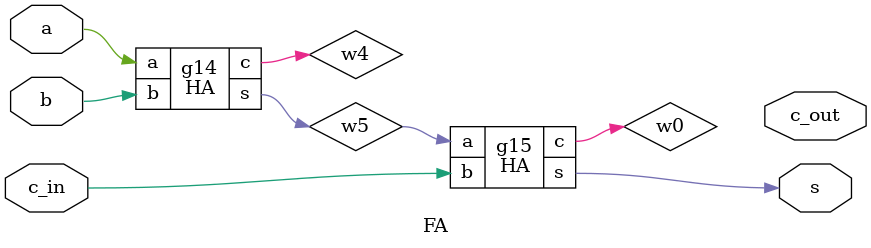
<source format=v>

module HA(s, b, a, c);
//: interface  /sz:(44, 44) /bd:[ Ti0>a(12/44) Ti1>b(31/44) Lo0<c(20/44) Bo0<s(22/44) ]
input b;    //: /sn:0 /dp:1 {0}(94,103)(125,103)(125,129){1}
//: {2}(127,131)(183,131){3}
//: {4}(125,133)(125,166)(183,166){5}
output s;    //: /sn:0 /dp:1 {0}(204,129)(241,129){1}
input a;    //: /sn:0 /dp:1 {0}(183,161)(137,161)(137,128){1}
//: {2}(139,126)(183,126){3}
//: {4}(137,124)(137,87)(95,87){5}
output c;    //: /sn:0 /dp:1 {0}(204,164)(243,164){1}
//: enddecls

  //: output g4 (s) @(238,129) /sn:0 /w:[ 1 ]
  //: input g3 (b) @(92,103) /sn:0 /w:[ 0 ]
  //: input g2 (a) @(93,87) /sn:0 /w:[ 5 ]
  and g1 (.I0(a), .I1(b), .Z(c));   //: @(194,164) /sn:0 /delay:" 5" /w:[ 0 5 0 ]
  //: joint g6 (b) @(125, 131) /w:[ 2 1 -1 4 ]
  //: joint g7 (a) @(137, 126) /w:[ 2 4 -1 1 ]
  //: output g5 (c) @(240,164) /sn:0 /w:[ 1 ]
  xor g0 (.I0(a), .I1(b), .Z(s));   //: @(194,129) /sn:0 /delay:" 6" /w:[ 3 3 0 ]

endmodule

module FA(c_out, s, c_in, b, a);
//: interface  /sz:(57, 40) /bd:[ Ti0>a(41/57) Ti1>b(21/57) Ri0>c_in(19/40) Lo0<c_out(19/40) Bo0<s(29/57) ]
input b;    //: /sn:0 /dp:1 {0}(240,94)(162,94)(162,34){1}
output c_out;    //: /sn:0 /dp:1 {0}(417,138)(445,138){1}
input c_in;    //: /sn:0 {0}(299,37)(299,84)(333,84){1}
output s;    //: /sn:0 {0}(447,93)(379,93){1}
input a;    //: /sn:0 {0}(146,34)(146,113)(240,113){1}
wire w4;    //: /sn:0 /dp:1 {0}(396,140)(261,140)(261,126){1}
wire w0;    //: /sn:0 /dp:1 {0}(396,135)(354,135)(354,116){1}
wire w5;    //: /sn:0 {0}(286,103)(333,103){1}
//: enddecls

  //: output g4 (c_out) @(442,138) /sn:0 /w:[ 1 ]
  //: output g3 (s) @(444,93) /sn:0 /w:[ 0 ]
  //: input g2 (c_in) @(299,35) /sn:0 /R:3 /w:[ 0 ]
  //: input g1 (b) @(162,32) /sn:0 /R:3 /w:[ 1 ]
  or g7 (.I0(w0), .I1(w4), .Z(c_out));   //: @(407,138) /sn:0 /delay:" 5" /w:[ 0 0 0 ]
  HA g14 (.b(b), .a(a), .c(w4), .s(w5));   //: @(241, 81) /sz:(44, 44) /sn:0 /p:[ Li0>0 Li1>1 Bo0<1 Ro0<0 ]
  HA g15 (.b(c_in), .a(w5), .c(w0), .s(s));   //: @(334, 71) /sz:(44, 44) /sn:0 /p:[ Li0>1 Li1>1 Bo0<1 Ro0<1 ]
  //: input g0 (a) @(146,32) /sn:0 /R:3 /w:[ 0 ]

endmodule

module main;    //: root_module
wire w4;    //: /sn:0 {0}(358,289)(358,295)(426,295){1}
wire w0;    //: /sn:0 {0}(452,181)(459,181)(459,273){1}
wire w3;    //: /sn:0 {0}(339,289)(339,333)(449,333)(449,320){1}
wire w1;    //: /sn:0 {0}(523,180)(533,180)(533,259)(485,259)(485,295)(473,295){1}
wire w5;    //: /sn:0 {0}(388,181)(395,181)(395,257)(443,257)(443,273){1}
//: enddecls

  led g4 (.I(w4));   //: @(358,282) /sn:0 /w:[ 0 ] /type:0
  //: switch g3 (w1) @(506,180) /sn:0 /w:[ 0 ] /st:1
  //: switch g2 (w0) @(435,181) /sn:0 /w:[ 0 ] /st:1
  //: switch g1 (w5) @(371,181) /sn:0 /w:[ 0 ] /st:1
  led g5 (.I(w3));   //: @(339,282) /sn:0 /w:[ 0 ] /type:0
  FA g0 (.a(w0), .b(w5), .c_in(w1), .c_out(w4), .s(w3));   //: @(427, 274) /sz:(45, 45) /sn:0 /p:[ Ti0>1 Ti1>1 Ri0>1 Lo0<1 Bo0<1 ]

endmodule

</source>
